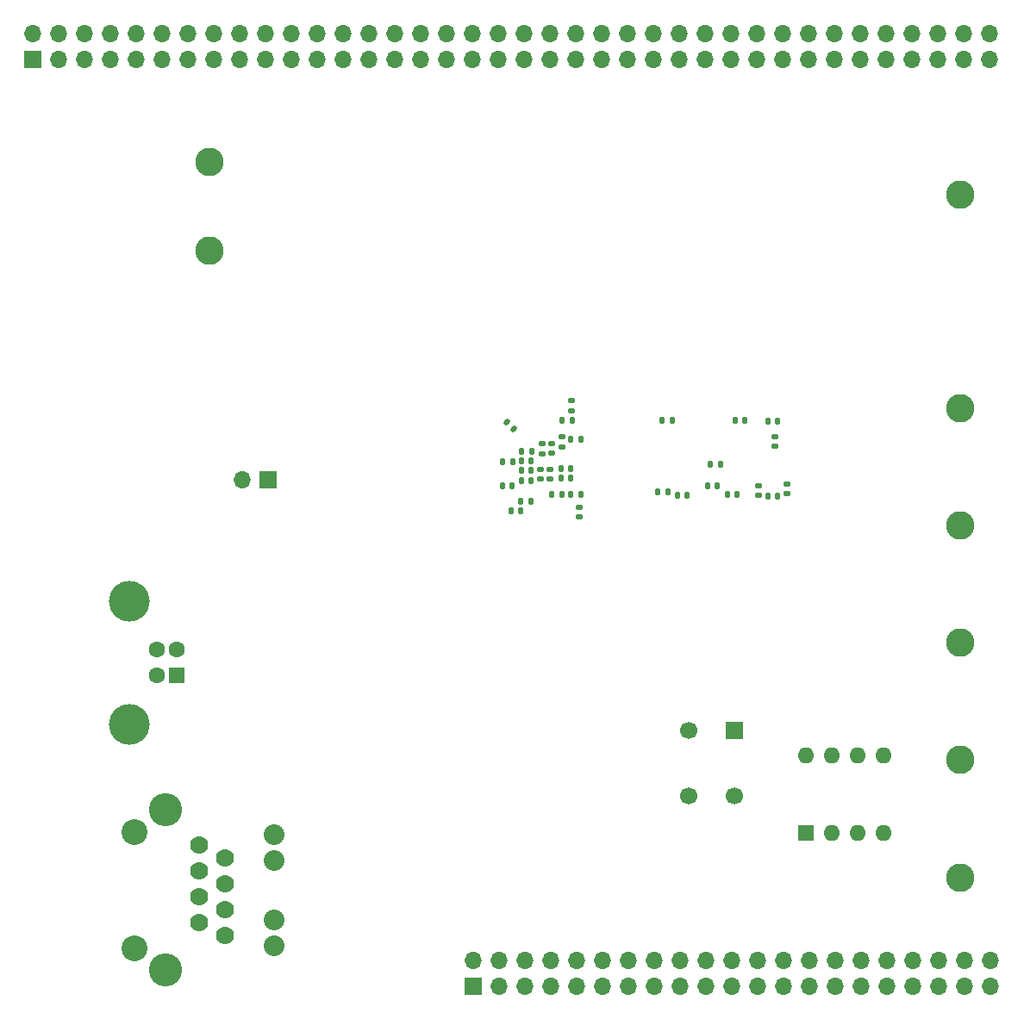
<source format=gbr>
%TF.GenerationSoftware,KiCad,Pcbnew,8.0.1*%
%TF.CreationDate,2025-05-27T09:35:13-07:00*%
%TF.ProjectId,mb,6d622e6b-6963-4616-945f-706362585858,A*%
%TF.SameCoordinates,Original*%
%TF.FileFunction,Soldermask,Bot*%
%TF.FilePolarity,Negative*%
%FSLAX46Y46*%
G04 Gerber Fmt 4.6, Leading zero omitted, Abs format (unit mm)*
G04 Created by KiCad (PCBNEW 8.0.1) date 2025-05-27 09:35:13*
%MOMM*%
%LPD*%
G01*
G04 APERTURE LIST*
G04 Aperture macros list*
%AMRoundRect*
0 Rectangle with rounded corners*
0 $1 Rounding radius*
0 $2 $3 $4 $5 $6 $7 $8 $9 X,Y pos of 4 corners*
0 Add a 4 corners polygon primitive as box body*
4,1,4,$2,$3,$4,$5,$6,$7,$8,$9,$2,$3,0*
0 Add four circle primitives for the rounded corners*
1,1,$1+$1,$2,$3*
1,1,$1+$1,$4,$5*
1,1,$1+$1,$6,$7*
1,1,$1+$1,$8,$9*
0 Add four rect primitives between the rounded corners*
20,1,$1+$1,$2,$3,$4,$5,0*
20,1,$1+$1,$4,$5,$6,$7,0*
20,1,$1+$1,$6,$7,$8,$9,0*
20,1,$1+$1,$8,$9,$2,$3,0*%
G04 Aperture macros list end*
%ADD10C,2.800000*%
%ADD11R,1.700000X1.700000*%
%ADD12C,1.700000*%
%ADD13R,1.600000X1.600000*%
%ADD14C,1.600000*%
%ADD15C,4.000000*%
%ADD16O,1.700000X1.700000*%
%ADD17O,1.600000X1.600000*%
%ADD18C,2.540000*%
%ADD19C,1.778000*%
%ADD20C,2.032000*%
%ADD21C,3.251200*%
%ADD22RoundRect,0.140000X-0.140000X-0.170000X0.140000X-0.170000X0.140000X0.170000X-0.140000X0.170000X0*%
%ADD23RoundRect,0.140000X-0.170000X0.140000X-0.170000X-0.140000X0.170000X-0.140000X0.170000X0.140000X0*%
%ADD24RoundRect,0.140000X0.219203X0.021213X0.021213X0.219203X-0.219203X-0.021213X-0.021213X-0.219203X0*%
%ADD25RoundRect,0.140000X0.140000X0.170000X-0.140000X0.170000X-0.140000X-0.170000X0.140000X-0.170000X0*%
%ADD26RoundRect,0.140000X0.170000X-0.140000X0.170000X0.140000X-0.170000X0.140000X-0.170000X-0.140000X0*%
%ADD27RoundRect,0.135000X0.135000X0.185000X-0.135000X0.185000X-0.135000X-0.185000X0.135000X-0.185000X0*%
G04 APERTURE END LIST*
D10*
%TO.C,TP402*%
X50657200Y-49717200D03*
%TD*%
%TO.C,TP401*%
X50657200Y-41005000D03*
%TD*%
%TO.C,TP202*%
X124428200Y-44230200D03*
%TD*%
%TO.C,TP204*%
X124428200Y-99801750D03*
%TD*%
D11*
%TO.C,SW201*%
X102261357Y-96851300D03*
D12*
X102261357Y-103351300D03*
X97761357Y-96851300D03*
X97761357Y-103351300D03*
%TD*%
D13*
%TO.C,J405*%
X47458400Y-91475600D03*
D14*
X47458400Y-88975600D03*
X45458400Y-88975600D03*
X45458400Y-91475600D03*
D15*
X42758400Y-84225600D03*
X42758400Y-96265600D03*
%TD*%
D10*
%TO.C,TP209*%
X124428200Y-76724450D03*
%TD*%
D11*
%TO.C,J403*%
X56402427Y-72292973D03*
D16*
X53862427Y-72292973D03*
%TD*%
D10*
%TO.C,TP208*%
X124393400Y-65185800D03*
%TD*%
%TO.C,TP203*%
X124428200Y-88263100D03*
%TD*%
D11*
%TO.C,J502*%
X76606400Y-122021600D03*
D16*
X76606400Y-119481600D03*
X79146400Y-122021600D03*
X79146400Y-119481600D03*
X81686400Y-122021600D03*
X81686400Y-119481600D03*
X84226400Y-122021600D03*
X84226400Y-119481600D03*
X86766400Y-122021600D03*
X86766400Y-119481600D03*
X89306400Y-122021600D03*
X89306400Y-119481600D03*
X91846400Y-122021600D03*
X91846400Y-119481600D03*
X94386400Y-122021600D03*
X94386400Y-119481600D03*
X96926400Y-122021600D03*
X96926400Y-119481600D03*
X99466400Y-122021600D03*
X99466400Y-119481600D03*
X102006400Y-122021600D03*
X102006400Y-119481600D03*
X104546400Y-122021600D03*
X104546400Y-119481600D03*
X107086400Y-122021600D03*
X107086400Y-119481600D03*
X109626400Y-122021600D03*
X109626400Y-119481600D03*
X112166400Y-122021600D03*
X112166400Y-119481600D03*
X114706400Y-122021600D03*
X114706400Y-119481600D03*
X117246400Y-122021600D03*
X117246400Y-119481600D03*
X119786400Y-122021600D03*
X119786400Y-119481600D03*
X122326400Y-122021600D03*
X122326400Y-119481600D03*
X124866400Y-122021600D03*
X124866400Y-119481600D03*
X127406400Y-122021600D03*
X127406400Y-119481600D03*
%TD*%
D13*
%TO.C,SW202*%
X109265000Y-106926300D03*
D17*
X111805000Y-106926300D03*
X114345000Y-106926300D03*
X116885000Y-106926300D03*
X116885000Y-99306300D03*
X114345000Y-99306300D03*
X111805000Y-99306300D03*
X109265000Y-99306300D03*
%TD*%
D11*
%TO.C,J503*%
X33334400Y-30895800D03*
D16*
X33334400Y-28355800D03*
X35874400Y-30895800D03*
X35874400Y-28355800D03*
X38414400Y-30895800D03*
X38414400Y-28355800D03*
X40954400Y-30895800D03*
X40954400Y-28355800D03*
X43494400Y-30895800D03*
X43494400Y-28355800D03*
X46034400Y-30895800D03*
X46034400Y-28355800D03*
X48574400Y-30895800D03*
X48574400Y-28355800D03*
X51114400Y-30895800D03*
X51114400Y-28355800D03*
X53654400Y-30895800D03*
X53654400Y-28355800D03*
X56194400Y-30895800D03*
X56194400Y-28355800D03*
X58734400Y-30895800D03*
X58734400Y-28355800D03*
X61274400Y-30895800D03*
X61274400Y-28355800D03*
X63814400Y-30895800D03*
X63814400Y-28355800D03*
X66354400Y-30895800D03*
X66354400Y-28355800D03*
X68894400Y-30895800D03*
X68894400Y-28355800D03*
X71434400Y-30895800D03*
X71434400Y-28355800D03*
X73974400Y-30895800D03*
X73974400Y-28355800D03*
X76514400Y-30895800D03*
X76514400Y-28355800D03*
X79054400Y-30895800D03*
X79054400Y-28355800D03*
X81594400Y-30895800D03*
X81594400Y-28355800D03*
X84134400Y-30895800D03*
X84134400Y-28355800D03*
X86674400Y-30895800D03*
X86674400Y-28355800D03*
X89214400Y-30895800D03*
X89214400Y-28355800D03*
X91754400Y-30895800D03*
X91754400Y-28355800D03*
X94294400Y-30895800D03*
X94294400Y-28355800D03*
X96834400Y-30895800D03*
X96834400Y-28355800D03*
X99374400Y-30895800D03*
X99374400Y-28355800D03*
X101914400Y-30895800D03*
X101914400Y-28355800D03*
X104454400Y-30895800D03*
X104454400Y-28355800D03*
X106994400Y-30895800D03*
X106994400Y-28355800D03*
X109534400Y-30895800D03*
X109534400Y-28355800D03*
X112074400Y-30895800D03*
X112074400Y-28355800D03*
X114614400Y-30895800D03*
X114614400Y-28355800D03*
X117154400Y-30895800D03*
X117154400Y-28355800D03*
X119694400Y-30895800D03*
X119694400Y-28355800D03*
X122234400Y-30895800D03*
X122234400Y-28355800D03*
X124774400Y-30895800D03*
X124774400Y-28355800D03*
X127314400Y-30895800D03*
X127314400Y-28355800D03*
%TD*%
D18*
%TO.C,J406*%
X43259700Y-106844400D03*
X43259700Y-118274400D03*
D19*
X52149700Y-117004400D03*
X49609700Y-115734400D03*
X52149700Y-114464400D03*
X49609700Y-113194400D03*
X52149700Y-111924400D03*
X49609700Y-110654400D03*
X52149700Y-109384400D03*
X49609700Y-108114400D03*
D20*
X56975700Y-118020400D03*
X56975700Y-115480400D03*
X56975700Y-109638400D03*
X56975700Y-107098400D03*
D21*
X46307700Y-104685400D03*
X46307700Y-120433400D03*
%TD*%
D10*
%TO.C,TP201*%
X124428200Y-111340400D03*
%TD*%
D22*
%TO.C,C310*%
X105498400Y-73821800D03*
X106458400Y-73821800D03*
%TD*%
D23*
%TO.C,C313*%
X106232400Y-68007800D03*
X106232400Y-68967800D03*
%TD*%
D24*
%TO.C,C221*%
X80511411Y-67252411D03*
X79832589Y-66573589D03*
%TD*%
D25*
%TO.C,C214*%
X81236200Y-75295000D03*
X80276200Y-75295000D03*
%TD*%
D23*
%TO.C,C208*%
X86953800Y-74967400D03*
X86953800Y-75927400D03*
%TD*%
D25*
%TO.C,C229*%
X86163800Y-71129400D03*
X85203800Y-71129400D03*
%TD*%
D23*
%TO.C,C231*%
X85267800Y-68049200D03*
X85267800Y-69009200D03*
%TD*%
D25*
%TO.C,C307*%
X103283400Y-66430400D03*
X102323400Y-66430400D03*
%TD*%
%TO.C,C222*%
X86163800Y-72069200D03*
X85203800Y-72069200D03*
%TD*%
%TO.C,C311*%
X96095200Y-66430400D03*
X95135200Y-66430400D03*
%TD*%
D22*
%TO.C,C225*%
X81343000Y-69478400D03*
X82303000Y-69478400D03*
%TD*%
D23*
%TO.C,C206*%
X84109000Y-71233600D03*
X84109000Y-72193600D03*
%TD*%
D22*
%TO.C,C305*%
X105523800Y-66455800D03*
X106483800Y-66455800D03*
%TD*%
D25*
%TO.C,C216*%
X80448800Y-70443600D03*
X79488800Y-70443600D03*
%TD*%
D22*
%TO.C,C205*%
X85330800Y-66430400D03*
X86290800Y-66430400D03*
%TD*%
D25*
%TO.C,C312*%
X97568400Y-73771000D03*
X96608400Y-73771000D03*
%TD*%
D22*
%TO.C,C308*%
X99580200Y-72805800D03*
X100540200Y-72805800D03*
%TD*%
D26*
%TO.C,C314*%
X104556000Y-73768400D03*
X104556000Y-72808400D03*
%TD*%
D25*
%TO.C,C306*%
X95688800Y-73415400D03*
X94728800Y-73415400D03*
%TD*%
D22*
%TO.C,C219*%
X86159400Y-68249800D03*
X87119400Y-68249800D03*
%TD*%
D26*
%TO.C,C209*%
X83337400Y-69695000D03*
X83337400Y-68735000D03*
%TD*%
D22*
%TO.C,C220*%
X81292200Y-72323200D03*
X82252200Y-72323200D03*
%TD*%
D25*
%TO.C,C232*%
X82226800Y-74355200D03*
X81266800Y-74355200D03*
%TD*%
%TO.C,C228*%
X85274800Y-73694800D03*
X84314800Y-73694800D03*
%TD*%
D23*
%TO.C,C217*%
X83169200Y-71233600D03*
X83169200Y-72193600D03*
%TD*%
D22*
%TO.C,C226*%
X81317600Y-70418200D03*
X82277600Y-70418200D03*
%TD*%
%TO.C,C223*%
X79463400Y-72882000D03*
X80423400Y-72882000D03*
%TD*%
%TO.C,C309*%
X101510600Y-73669400D03*
X102470600Y-73669400D03*
%TD*%
D26*
%TO.C,C230*%
X86191800Y-65462600D03*
X86191800Y-64502600D03*
%TD*%
D23*
%TO.C,C302*%
X107400800Y-72656000D03*
X107400800Y-73616000D03*
%TD*%
D22*
%TO.C,C227*%
X81317600Y-71358000D03*
X82277600Y-71358000D03*
%TD*%
%TO.C,C234*%
X86159400Y-73685400D03*
X87119400Y-73685400D03*
%TD*%
D27*
%TO.C,R307*%
X100913100Y-70692868D03*
X99893100Y-70692868D03*
%TD*%
D26*
%TO.C,C211*%
X84302600Y-69618800D03*
X84302600Y-68658800D03*
%TD*%
M02*

</source>
